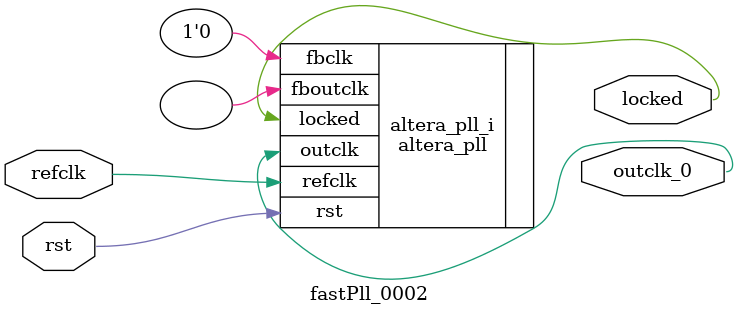
<source format=v>
`timescale 1ns/10ps
module  fastPll_0002(

	// interface 'refclk'
	input wire refclk,

	// interface 'reset'
	input wire rst,

	// interface 'outclk0'
	output wire outclk_0,

	// interface 'locked'
	output wire locked
);

	altera_pll #(
		.fractional_vco_multiplier("false"),
		.reference_clock_frequency("50.0 MHz"),
		.operation_mode("direct"),
		.number_of_clocks(1),
		.output_clock_frequency0("97.000000 MHz"),
		.phase_shift0("0 ps"),
		.duty_cycle0(50),
		.output_clock_frequency1("0 MHz"),
		.phase_shift1("0 ps"),
		.duty_cycle1(50),
		.output_clock_frequency2("0 MHz"),
		.phase_shift2("0 ps"),
		.duty_cycle2(50),
		.output_clock_frequency3("0 MHz"),
		.phase_shift3("0 ps"),
		.duty_cycle3(50),
		.output_clock_frequency4("0 MHz"),
		.phase_shift4("0 ps"),
		.duty_cycle4(50),
		.output_clock_frequency5("0 MHz"),
		.phase_shift5("0 ps"),
		.duty_cycle5(50),
		.output_clock_frequency6("0 MHz"),
		.phase_shift6("0 ps"),
		.duty_cycle6(50),
		.output_clock_frequency7("0 MHz"),
		.phase_shift7("0 ps"),
		.duty_cycle7(50),
		.output_clock_frequency8("0 MHz"),
		.phase_shift8("0 ps"),
		.duty_cycle8(50),
		.output_clock_frequency9("0 MHz"),
		.phase_shift9("0 ps"),
		.duty_cycle9(50),
		.output_clock_frequency10("0 MHz"),
		.phase_shift10("0 ps"),
		.duty_cycle10(50),
		.output_clock_frequency11("0 MHz"),
		.phase_shift11("0 ps"),
		.duty_cycle11(50),
		.output_clock_frequency12("0 MHz"),
		.phase_shift12("0 ps"),
		.duty_cycle12(50),
		.output_clock_frequency13("0 MHz"),
		.phase_shift13("0 ps"),
		.duty_cycle13(50),
		.output_clock_frequency14("0 MHz"),
		.phase_shift14("0 ps"),
		.duty_cycle14(50),
		.output_clock_frequency15("0 MHz"),
		.phase_shift15("0 ps"),
		.duty_cycle15(50),
		.output_clock_frequency16("0 MHz"),
		.phase_shift16("0 ps"),
		.duty_cycle16(50),
		.output_clock_frequency17("0 MHz"),
		.phase_shift17("0 ps"),
		.duty_cycle17(50),
		.pll_type("General"),
		.pll_subtype("General")
	) altera_pll_i (
		.rst	(rst),
		.outclk	({outclk_0}),
		.locked	(locked),
		.fboutclk	( ),
		.fbclk	(1'b0),
		.refclk	(refclk)
	);
endmodule


</source>
